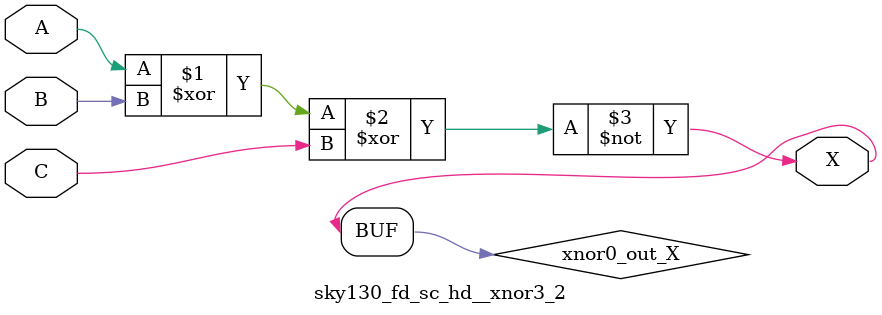
<source format=v>
/*
 * Copyright 2020 The SkyWater PDK Authors
 *
 * Licensed under the Apache License, Version 2.0 (the "License");
 * you may not use this file except in compliance with the License.
 * You may obtain a copy of the License at
 *
 *     https://www.apache.org/licenses/LICENSE-2.0
 *
 * Unless required by applicable law or agreed to in writing, software
 * distributed under the License is distributed on an "AS IS" BASIS,
 * WITHOUT WARRANTIES OR CONDITIONS OF ANY KIND, either express or implied.
 * See the License for the specific language governing permissions and
 * limitations under the License.
 *
 * SPDX-License-Identifier: Apache-2.0
*/


`ifndef SKY130_FD_SC_HD__XNOR3_2_FUNCTIONAL_V
`define SKY130_FD_SC_HD__XNOR3_2_FUNCTIONAL_V

/**
 * xnor3: 3-input exclusive NOR.
 *
 * Verilog simulation functional model.
 */

`timescale 1ns / 1ps
`default_nettype none

`celldefine
module sky130_fd_sc_hd__xnor3_2 (
    X,
    A,
    B,
    C
);

    // Module ports
    output X;
    input  A;
    input  B;
    input  C;

    // Local signals
    wire xnor0_out_X;

    //   Name   Output       Other arguments
    xnor xnor0 (xnor0_out_X, A, B, C        );
    buf  buf0  (X          , xnor0_out_X    );

endmodule
`endcelldefine

`default_nettype wire
`endif  // SKY130_FD_SC_HD__XNOR3_2_FUNCTIONAL_V

</source>
